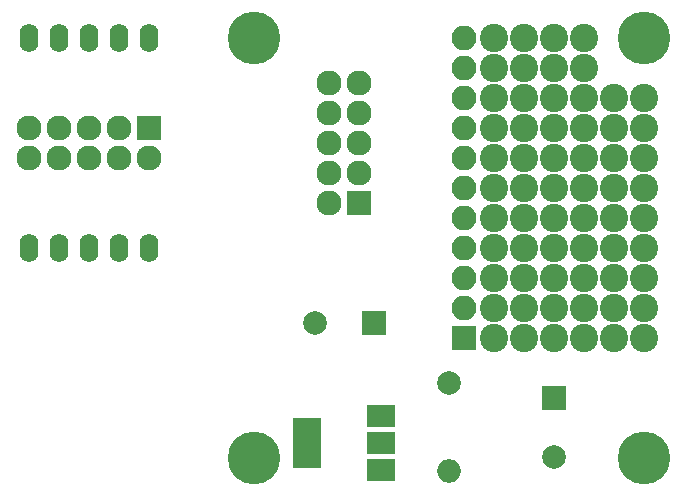
<source format=gts>
G04 #@! TF.FileFunction,Soldermask,Top*
%FSLAX46Y46*%
G04 Gerber Fmt 4.6, Leading zero omitted, Abs format (unit mm)*
G04 Created by KiCad (PCBNEW 4.0.7-e0-6372~58~ubuntu16.10.1) date Fri Jul 21 11:45:41 2017*
%MOMM*%
%LPD*%
G01*
G04 APERTURE LIST*
%ADD10C,0.100000*%
%ADD11C,4.464000*%
%ADD12C,2.398980*%
%ADD13C,2.000000*%
%ADD14O,2.000000X2.000000*%
%ADD15R,2.127200X2.127200*%
%ADD16O,2.127200X2.127200*%
%ADD17O,1.600000X2.400000*%
%ADD18R,2.100000X2.100000*%
%ADD19O,2.100000X2.100000*%
%ADD20R,2.400000X4.200000*%
%ADD21R,2.400000X1.900000*%
%ADD22R,2.000000X2.000000*%
G04 APERTURE END LIST*
D10*
D11*
X170180000Y-118110000D03*
X170180000Y-82550000D03*
X203200000Y-82550000D03*
D12*
X203200000Y-107950000D03*
X200660000Y-107950000D03*
X198120000Y-107950000D03*
X195580000Y-107950000D03*
X193040000Y-107950000D03*
X190500000Y-107950000D03*
X203200000Y-105410000D03*
X200660000Y-105410000D03*
X198120000Y-105410000D03*
X195580000Y-105410000D03*
X193040000Y-105410000D03*
X190500000Y-105410000D03*
X203200000Y-102870000D03*
X200660000Y-102870000D03*
X198120000Y-102870000D03*
X195580000Y-102870000D03*
X193040000Y-102870000D03*
X190500000Y-102870000D03*
X203200000Y-100330000D03*
X200660000Y-100330000D03*
X198120000Y-100330000D03*
X195580000Y-100330000D03*
X193040000Y-100330000D03*
X190500000Y-100330000D03*
X203200000Y-97790000D03*
X200660000Y-97790000D03*
X198120000Y-97790000D03*
X195580000Y-97790000D03*
X193040000Y-97790000D03*
X190500000Y-97790000D03*
X203200000Y-95250000D03*
X200660000Y-95250000D03*
X198120000Y-95250000D03*
X195580000Y-95250000D03*
X193040000Y-95250000D03*
X190500000Y-95250000D03*
X203200000Y-92710000D03*
X200660000Y-92710000D03*
X198120000Y-92710000D03*
X195580000Y-92710000D03*
X193040000Y-92710000D03*
X190500000Y-92710000D03*
X203200000Y-90170000D03*
X200660000Y-90170000D03*
X198120000Y-90170000D03*
X195580000Y-90170000D03*
X193040000Y-90170000D03*
X190500000Y-90170000D03*
X203200000Y-87630000D03*
X200660000Y-87630000D03*
X198120000Y-87630000D03*
X195580000Y-87630000D03*
X193040000Y-87630000D03*
X190500000Y-87630000D03*
X198120000Y-85090000D03*
X195580000Y-85090000D03*
X193040000Y-85090000D03*
X190500000Y-85090000D03*
X198120000Y-82550000D03*
X195580000Y-82550000D03*
X193040000Y-82550000D03*
D13*
X186690000Y-111760000D03*
D14*
X186690000Y-119260000D03*
D15*
X179070000Y-96520000D03*
D16*
X176530000Y-96520000D03*
X179070000Y-93980000D03*
X176530000Y-93980000D03*
X179070000Y-91440000D03*
X176530000Y-91440000D03*
X179070000Y-88900000D03*
X176530000Y-88900000D03*
X179070000Y-86360000D03*
X176530000Y-86360000D03*
D17*
X161290000Y-100330000D03*
X161290000Y-82550000D03*
X158750000Y-100330000D03*
X158750000Y-82550000D03*
X156210000Y-100330000D03*
X156210000Y-82550000D03*
X153670000Y-100330000D03*
X153670000Y-82550000D03*
X151130000Y-100330000D03*
X151130000Y-82550000D03*
D15*
X161290000Y-90170000D03*
D16*
X161290000Y-92710000D03*
X158750000Y-90170000D03*
X158750000Y-92710000D03*
X156210000Y-90170000D03*
X156210000Y-92710000D03*
X153670000Y-90170000D03*
X153670000Y-92710000D03*
X151130000Y-90170000D03*
X151130000Y-92710000D03*
D18*
X187960000Y-107950000D03*
D19*
X187960000Y-105410000D03*
X187960000Y-102870000D03*
X187960000Y-100330000D03*
X187960000Y-97790000D03*
X187960000Y-95250000D03*
X187960000Y-92710000D03*
X187960000Y-90170000D03*
X187960000Y-87630000D03*
X187960000Y-85090000D03*
X187960000Y-82550000D03*
D20*
X174650000Y-116840000D03*
D21*
X180950000Y-116840000D03*
X180950000Y-114540000D03*
X180950000Y-119140000D03*
D22*
X180340000Y-106680000D03*
D13*
X175340000Y-106680000D03*
D22*
X195580000Y-113030000D03*
D13*
X195580000Y-118030000D03*
D12*
X190500000Y-82550000D03*
D11*
X203200000Y-118110000D03*
M02*

</source>
